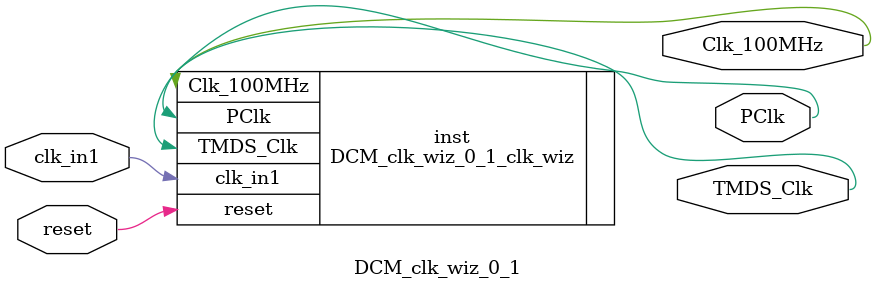
<source format=v>


`timescale 1ps/1ps

(* CORE_GENERATION_INFO = "DCM_clk_wiz_0_1,clk_wiz_v6_0_6_0_0,{component_name=DCM_clk_wiz_0_1,use_phase_alignment=true,use_min_o_jitter=false,use_max_i_jitter=false,use_dyn_phase_shift=false,use_inclk_switchover=false,use_dyn_reconfig=false,enable_axi=0,feedback_source=FDBK_AUTO,PRIMITIVE=MMCM,num_out_clk=3,clkin1_period=10.000,clkin2_period=10.000,use_power_down=false,use_reset=true,use_locked=false,use_inclk_stopped=false,feedback_type=SINGLE,CLOCK_MGR_TYPE=NA,manual_override=false}" *)

module DCM_clk_wiz_0_1 
 (
  // Clock out ports
  output        Clk_100MHz,
  output        PClk,
  output        TMDS_Clk,
  // Status and control signals
  input         reset,
 // Clock in ports
  input         clk_in1
 );

  DCM_clk_wiz_0_1_clk_wiz inst
  (
  // Clock out ports  
  .Clk_100MHz(Clk_100MHz),
  .PClk(PClk),
  .TMDS_Clk(TMDS_Clk),
  // Status and control signals               
  .reset(reset), 
 // Clock in ports
  .clk_in1(clk_in1)
  );

endmodule

</source>
